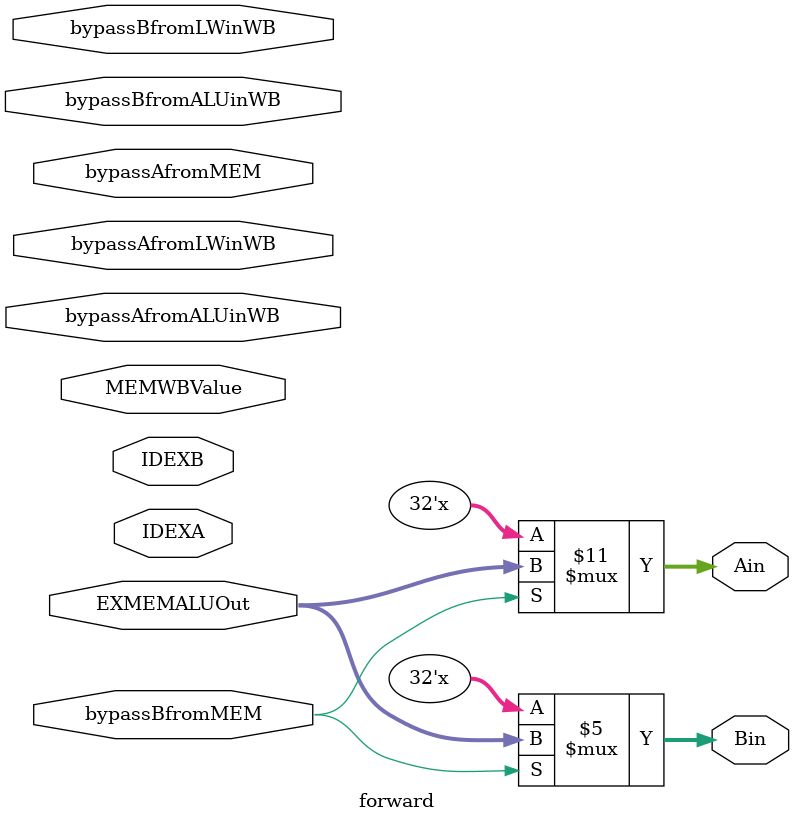
<source format=sv>
`timescale 1ns / 1ps

module forward(
    input bypassAfromMEM,
    input bypassAfromALUinWB,
    input bypassAfromLWinWB,
    input bypassBfromMEM,
    input bypassBfromALUinWB,
    input bypassBfromLWinWB,
    input [31:0] IDEXA,
    input [31:0] IDEXB,
    input [31:0] MEMWBValue,
    input [31:0] EXMEMALUOut,
    
    output reg [31:0] Ain,
    output reg [31:0] Bin
    );
    reg [31:0] tempA;
    reg [31:0] tempB;
    always @* begin
        //Ain 
        if(bypassAfromALUinWB || bypassAfromLWinWB)begin
            tempA<=MEMWBValue;
        end
        else begin
            tempA<=IDEXA;
        end
        if(bypassBfromMEM) begin
            Ain<=EXMEMALUOut;
        end
        else begin
            Ain<=tempA;
        end
        
        //Bin
        if(bypassBfromALUinWB || bypassBfromLWinWB)begin
            tempB<=MEMWBValue;
        end
        else begin
            tempB<=IDEXB;
        end
        if(bypassBfromMEM) begin
            Bin<=EXMEMALUOut;
        end
        else begin
            Bin<=tempB;
        end
    
    
    end
endmodule

</source>
